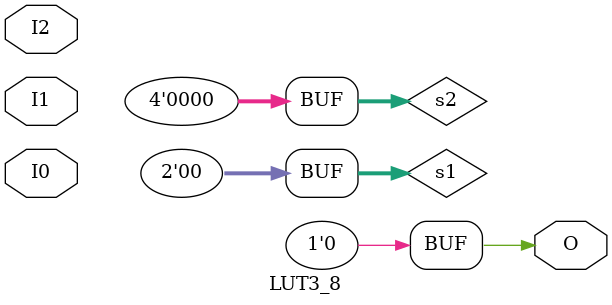
<source format=v>
module LUT3_8(output O, input I0, I1, I2);
  parameter [7:0] INIT = 0;
  wire [ 3: 0] s2 = I2 ? INIT[ 7: 4] : INIT[ 3: 0];
  wire [ 1: 0] s1 = I1 ?   s2[ 3: 2] :   s2[ 1: 0];
  assign O = I0 ? s1[1] : s1[0];
endmodule
</source>
